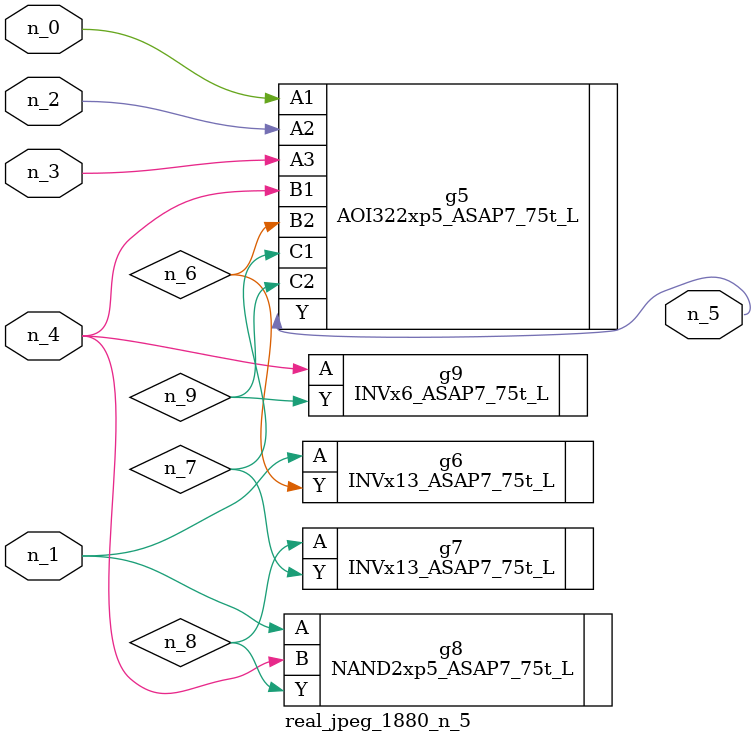
<source format=v>
module real_jpeg_1880_n_5 (n_4, n_0, n_1, n_2, n_3, n_5);

input n_4;
input n_0;
input n_1;
input n_2;
input n_3;

output n_5;

wire n_8;
wire n_6;
wire n_7;
wire n_9;

AOI322xp5_ASAP7_75t_L g5 ( 
.A1(n_0),
.A2(n_2),
.A3(n_3),
.B1(n_4),
.B2(n_6),
.C1(n_7),
.C2(n_9),
.Y(n_5)
);

INVx13_ASAP7_75t_L g6 ( 
.A(n_1),
.Y(n_6)
);

NAND2xp5_ASAP7_75t_L g8 ( 
.A(n_1),
.B(n_4),
.Y(n_8)
);

INVx6_ASAP7_75t_L g9 ( 
.A(n_4),
.Y(n_9)
);

INVx13_ASAP7_75t_L g7 ( 
.A(n_8),
.Y(n_7)
);


endmodule
</source>
